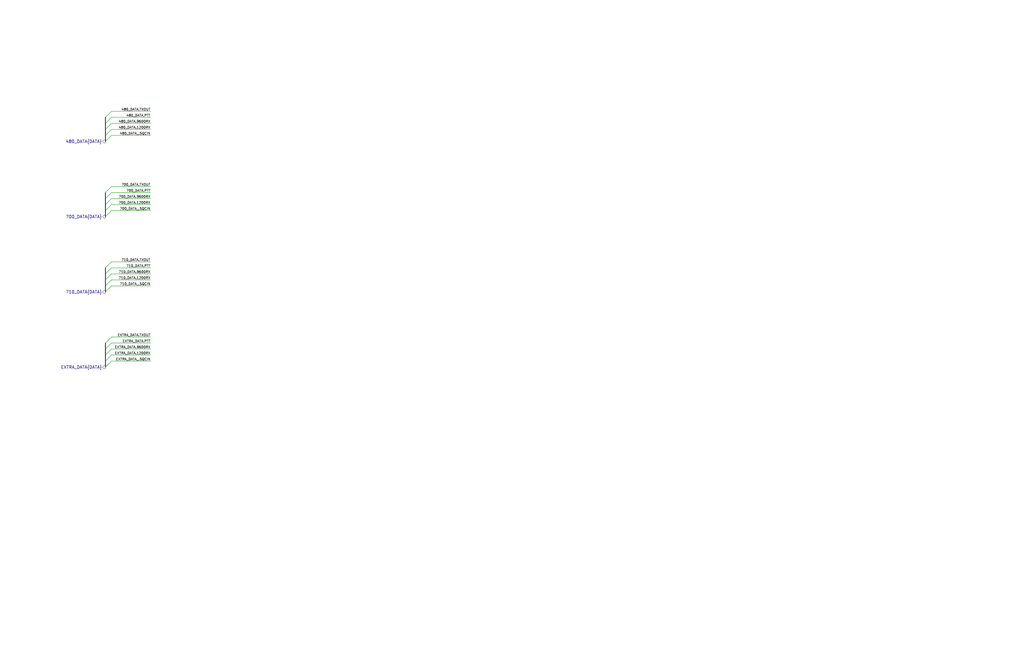
<source format=kicad_sch>
(kicad_sch
	(version 20250114)
	(generator "eeschema")
	(generator_version "9.0")
	(uuid "dc62f8a1-0c11-49d7-a43b-216b705d7514")
	(paper "B")
	(lib_symbols)
	(bus_entry
		(at 46.99 113.03)
		(size -2.54 2.54)
		(stroke
			(width 0)
			(type default)
		)
		(uuid "11774c37-8d10-4d1d-85d6-6a7d94724aad")
	)
	(bus_entry
		(at 46.99 78.74)
		(size -2.54 2.54)
		(stroke
			(width 0)
			(type default)
		)
		(uuid "1c994177-b1f1-416d-bbff-43fa7a502a8a")
	)
	(bus_entry
		(at 46.99 52.07)
		(size -2.54 2.54)
		(stroke
			(width 0)
			(type default)
		)
		(uuid "25640618-f9e1-4d46-b639-23420a83f689")
	)
	(bus_entry
		(at 46.99 147.32)
		(size -2.54 2.54)
		(stroke
			(width 0)
			(type default)
		)
		(uuid "50cdd374-9779-4891-a2a0-bc31db7e5308")
	)
	(bus_entry
		(at 46.99 149.86)
		(size -2.54 2.54)
		(stroke
			(width 0)
			(type default)
		)
		(uuid "5d3060c8-464f-499e-a2ac-df08c691ed88")
	)
	(bus_entry
		(at 46.99 152.4)
		(size -2.54 2.54)
		(stroke
			(width 0)
			(type default)
		)
		(uuid "615f2789-bee5-446f-b013-9c71d3bc0e87")
	)
	(bus_entry
		(at 46.99 115.57)
		(size -2.54 2.54)
		(stroke
			(width 0)
			(type default)
		)
		(uuid "75ca1e7d-3763-4eab-97e8-8a10e25dbcce")
	)
	(bus_entry
		(at 46.99 83.82)
		(size -2.54 2.54)
		(stroke
			(width 0)
			(type default)
		)
		(uuid "7dcf6058-7acd-424a-9a52-2024e68ee480")
	)
	(bus_entry
		(at 46.99 54.61)
		(size -2.54 2.54)
		(stroke
			(width 0)
			(type default)
		)
		(uuid "82be2e03-9f54-4d1b-961c-80412798ac5a")
	)
	(bus_entry
		(at 46.99 142.24)
		(size -2.54 2.54)
		(stroke
			(width 0)
			(type default)
		)
		(uuid "9752b4ec-d240-43a9-af07-81967dd4fe82")
	)
	(bus_entry
		(at 46.99 49.53)
		(size -2.54 2.54)
		(stroke
			(width 0)
			(type default)
		)
		(uuid "b1487363-e647-46a9-96c5-093755a09e69")
	)
	(bus_entry
		(at 46.99 57.15)
		(size -2.54 2.54)
		(stroke
			(width 0)
			(type default)
		)
		(uuid "cb460065-0566-487d-8ce3-4d7d95774ac5")
	)
	(bus_entry
		(at 46.99 118.11)
		(size -2.54 2.54)
		(stroke
			(width 0)
			(type default)
		)
		(uuid "cdb60122-224e-403b-8580-2a46b562ca96")
	)
	(bus_entry
		(at 46.99 86.36)
		(size -2.54 2.54)
		(stroke
			(width 0)
			(type default)
		)
		(uuid "d4a55569-467c-4512-b106-897bf8449ade")
	)
	(bus_entry
		(at 46.99 81.28)
		(size -2.54 2.54)
		(stroke
			(width 0)
			(type default)
		)
		(uuid "e3670a6c-70b2-4e44-a0bf-08d1f9a407c0")
	)
	(bus_entry
		(at 46.99 120.65)
		(size -2.54 2.54)
		(stroke
			(width 0)
			(type default)
		)
		(uuid "e39f0b64-73b3-499d-8096-eadbfd7efda6")
	)
	(bus_entry
		(at 46.99 110.49)
		(size -2.54 2.54)
		(stroke
			(width 0)
			(type default)
		)
		(uuid "ec26cc57-4b12-4579-a986-f21bc2fdfff3")
	)
	(bus_entry
		(at 46.99 46.99)
		(size -2.54 2.54)
		(stroke
			(width 0)
			(type default)
		)
		(uuid "f04a106c-0426-4090-b226-15d5db2f1c9d")
	)
	(bus_entry
		(at 46.99 144.78)
		(size -2.54 2.54)
		(stroke
			(width 0)
			(type default)
		)
		(uuid "f6f84141-a5af-4d53-9c88-3c34db7ce1be")
	)
	(bus_entry
		(at 46.99 88.9)
		(size -2.54 2.54)
		(stroke
			(width 0)
			(type default)
		)
		(uuid "ff85c5d8-6f89-44bd-ac19-fb79fa8d898f")
	)
	(bus
		(pts
			(xy 44.45 86.36) (xy 44.45 88.9)
		)
		(stroke
			(width 0)
			(type default)
		)
		(uuid "1165d1a6-5424-4e84-b965-a48b07b4caf7")
	)
	(wire
		(pts
			(xy 46.99 49.53) (xy 63.5 49.53)
		)
		(stroke
			(width 0)
			(type default)
		)
		(uuid "1195880c-18c1-4022-a37d-85ee80069304")
	)
	(wire
		(pts
			(xy 46.99 83.82) (xy 63.5 83.82)
		)
		(stroke
			(width 0)
			(type default)
		)
		(uuid "17a75246-f0a4-4546-8f74-923868206c8f")
	)
	(wire
		(pts
			(xy 46.99 120.65) (xy 63.5 120.65)
		)
		(stroke
			(width 0)
			(type default)
		)
		(uuid "202ef188-7cf5-43af-976b-28ce7b6d0a43")
	)
	(bus
		(pts
			(xy 44.45 115.57) (xy 44.45 118.11)
		)
		(stroke
			(width 0)
			(type default)
		)
		(uuid "272440f7-a00b-42ab-8339-7e25b70a6c63")
	)
	(wire
		(pts
			(xy 46.99 115.57) (xy 63.5 115.57)
		)
		(stroke
			(width 0)
			(type default)
		)
		(uuid "31012d32-70f0-40b2-8c9b-ef9a89078f45")
	)
	(bus
		(pts
			(xy 44.45 147.32) (xy 44.45 149.86)
		)
		(stroke
			(width 0)
			(type default)
		)
		(uuid "461aa2e8-cd0e-4bec-96d3-4bb0fddf7b44")
	)
	(wire
		(pts
			(xy 46.99 147.32) (xy 63.5 147.32)
		)
		(stroke
			(width 0)
			(type default)
		)
		(uuid "471e71f2-63ab-4ffc-bcc3-ca09341d7dbd")
	)
	(wire
		(pts
			(xy 46.99 86.36) (xy 63.5 86.36)
		)
		(stroke
			(width 0)
			(type default)
		)
		(uuid "4d987216-64ec-44b5-a97a-1334b3b42d28")
	)
	(wire
		(pts
			(xy 46.99 152.4) (xy 63.5 152.4)
		)
		(stroke
			(width 0)
			(type default)
		)
		(uuid "5276bf6a-92c9-4906-aaa7-688bf811d9fb")
	)
	(wire
		(pts
			(xy 46.99 52.07) (xy 63.5 52.07)
		)
		(stroke
			(width 0)
			(type default)
		)
		(uuid "54529b49-c53c-4cde-8382-c29f51ef4c96")
	)
	(bus
		(pts
			(xy 44.45 149.86) (xy 44.45 152.4)
		)
		(stroke
			(width 0)
			(type default)
		)
		(uuid "54f248c0-5eb9-4b2b-8498-758a6762e27a")
	)
	(wire
		(pts
			(xy 46.99 118.11) (xy 63.5 118.11)
		)
		(stroke
			(width 0)
			(type default)
		)
		(uuid "6760d063-346c-4e18-aafc-d8de39d1e849")
	)
	(wire
		(pts
			(xy 46.99 57.15) (xy 63.5 57.15)
		)
		(stroke
			(width 0)
			(type default)
		)
		(uuid "679440d6-f6eb-4309-8c1c-2ce24ae16ec3")
	)
	(wire
		(pts
			(xy 46.99 110.49) (xy 63.5 110.49)
		)
		(stroke
			(width 0)
			(type default)
		)
		(uuid "77124d6b-c8d9-4819-9b95-25550c31feef")
	)
	(bus
		(pts
			(xy 44.45 152.4) (xy 44.45 154.94)
		)
		(stroke
			(width 0)
			(type default)
		)
		(uuid "7e1c134e-4655-40d1-9c4c-0d8e2842168d")
	)
	(bus
		(pts
			(xy 44.45 83.82) (xy 44.45 86.36)
		)
		(stroke
			(width 0)
			(type default)
		)
		(uuid "7f3f62c6-dd7b-45b9-bd19-6ec1506ea424")
	)
	(bus
		(pts
			(xy 44.45 54.61) (xy 44.45 57.15)
		)
		(stroke
			(width 0)
			(type default)
		)
		(uuid "8366cd42-1413-476f-809e-e720fcf524cf")
	)
	(bus
		(pts
			(xy 44.45 57.15) (xy 44.45 59.69)
		)
		(stroke
			(width 0)
			(type default)
		)
		(uuid "85e06538-ec3c-4896-953c-7137b816e410")
	)
	(bus
		(pts
			(xy 44.45 118.11) (xy 44.45 120.65)
		)
		(stroke
			(width 0)
			(type default)
		)
		(uuid "875348b6-0df0-44e5-8581-976166304910")
	)
	(wire
		(pts
			(xy 46.99 88.9) (xy 63.5 88.9)
		)
		(stroke
			(width 0)
			(type default)
		)
		(uuid "8f411275-fd33-4218-a141-0e65b14903dd")
	)
	(wire
		(pts
			(xy 46.99 142.24) (xy 63.5 142.24)
		)
		(stroke
			(width 0)
			(type default)
		)
		(uuid "911fb148-bc10-47e7-9356-91cd0c0af7e6")
	)
	(bus
		(pts
			(xy 44.45 88.9) (xy 44.45 91.44)
		)
		(stroke
			(width 0)
			(type default)
		)
		(uuid "945425de-8925-4915-9110-de410349f5a8")
	)
	(wire
		(pts
			(xy 46.99 54.61) (xy 63.5 54.61)
		)
		(stroke
			(width 0)
			(type default)
		)
		(uuid "9b5de914-e774-4ffc-a5f2-154625be95d8")
	)
	(wire
		(pts
			(xy 46.99 149.86) (xy 63.5 149.86)
		)
		(stroke
			(width 0)
			(type default)
		)
		(uuid "9b889650-a392-4974-904a-f9301e8bd8dc")
	)
	(bus
		(pts
			(xy 44.45 120.65) (xy 44.45 123.19)
		)
		(stroke
			(width 0)
			(type default)
		)
		(uuid "9e13a5cf-3e79-427d-8801-8fe7726449ef")
	)
	(wire
		(pts
			(xy 46.99 46.99) (xy 63.5 46.99)
		)
		(stroke
			(width 0)
			(type default)
		)
		(uuid "a4f2279e-d279-45ec-9ccd-9380eee3c65c")
	)
	(bus
		(pts
			(xy 44.45 81.28) (xy 44.45 83.82)
		)
		(stroke
			(width 0)
			(type default)
		)
		(uuid "a5c7abfa-d513-4f96-a63c-c93a8ac7126e")
	)
	(bus
		(pts
			(xy 44.45 144.78) (xy 44.45 147.32)
		)
		(stroke
			(width 0)
			(type default)
		)
		(uuid "b573db58-c6d6-4659-a001-3e0fdc346897")
	)
	(wire
		(pts
			(xy 46.99 78.74) (xy 63.5 78.74)
		)
		(stroke
			(width 0)
			(type default)
		)
		(uuid "ba7a051e-834a-4fce-8494-ae88cacd55c0")
	)
	(wire
		(pts
			(xy 46.99 144.78) (xy 63.5 144.78)
		)
		(stroke
			(width 0)
			(type default)
		)
		(uuid "d3e25202-18e5-4744-98ad-3425ac404b89")
	)
	(bus
		(pts
			(xy 44.45 49.53) (xy 44.45 52.07)
		)
		(stroke
			(width 0)
			(type default)
		)
		(uuid "d922bb1b-d606-42a2-adcd-7620ef46cedf")
	)
	(bus
		(pts
			(xy 44.45 113.03) (xy 44.45 115.57)
		)
		(stroke
			(width 0)
			(type default)
		)
		(uuid "eacd746c-402a-44c5-b771-79ec5b8b06a9")
	)
	(wire
		(pts
			(xy 46.99 113.03) (xy 63.5 113.03)
		)
		(stroke
			(width 0)
			(type default)
		)
		(uuid "f46e9698-e99d-4ad9-a0a0-5631c8595e56")
	)
	(bus
		(pts
			(xy 44.45 52.07) (xy 44.45 54.61)
		)
		(stroke
			(width 0)
			(type default)
		)
		(uuid "f8809922-6359-47f4-bb8d-fb3dc2bf2e36")
	)
	(wire
		(pts
			(xy 46.99 81.28) (xy 63.5 81.28)
		)
		(stroke
			(width 0)
			(type default)
		)
		(uuid "fef84601-68da-4a27-8c13-461cf95d080a")
	)
	(label "EXTRA_DATA_.SQCIN"
		(at 63.5 152.4 180)
		(effects
			(font
				(size 1 1)
			)
			(justify right bottom)
		)
		(uuid "04fc2968-3fc0-4dec-bad7-c7ffbfbf4960")
	)
	(label "480_DATA.1200RX"
		(at 63.5 54.61 180)
		(effects
			(font
				(size 1 1)
			)
			(justify right bottom)
		)
		(uuid "0882909c-8422-4332-8ef8-7f761c8874f7")
	)
	(label "700_DATA.TXOUT"
		(at 63.5 78.74 180)
		(effects
			(font
				(size 1 1)
			)
			(justify right bottom)
		)
		(uuid "2a21e3c5-1d8f-4f45-81b1-13ee1ac99f7b")
	)
	(label "EXTRA_DATA.9600RX"
		(at 63.5 147.32 180)
		(effects
			(font
				(size 1 1)
			)
			(justify right bottom)
		)
		(uuid "47cc17e6-3f46-42e9-b3a8-4497f777d8ab")
	)
	(label "700_DATA.PTT"
		(at 63.5 81.28 180)
		(effects
			(font
				(size 1 1)
			)
			(justify right bottom)
		)
		(uuid "65288e04-42f3-48bc-a293-d390d49adf42")
	)
	(label "710_DATA_.SQCIN"
		(at 63.5 120.65 180)
		(effects
			(font
				(size 1 1)
			)
			(justify right bottom)
		)
		(uuid "8ad047df-b394-43fc-8132-ef1c89add77a")
	)
	(label "700_DATA_.SQCIN"
		(at 63.5 88.9 180)
		(effects
			(font
				(size 1 1)
			)
			(justify right bottom)
		)
		(uuid "9a0a8d2d-8e8c-4fa7-91ce-72fc8b1520b8")
	)
	(label "700_DATA.1200RX"
		(at 63.5 86.36 180)
		(effects
			(font
				(size 1 1)
			)
			(justify right bottom)
		)
		(uuid "9c039c2c-6fe5-4933-beb7-0b46c6708443")
	)
	(label "EXTRA_DATA.PTT"
		(at 63.5 144.78 180)
		(effects
			(font
				(size 1 1)
			)
			(justify right bottom)
		)
		(uuid "9c9d3505-6f2e-4679-abc3-e2fb946a915b")
	)
	(label "480_DATA.9600RX"
		(at 63.5 52.07 180)
		(effects
			(font
				(size 1 1)
			)
			(justify right bottom)
		)
		(uuid "9df7a596-623d-47cf-aba9-14bca8574f21")
	)
	(label "710_DATA.9600RX"
		(at 63.5 115.57 180)
		(effects
			(font
				(size 1 1)
			)
			(justify right bottom)
		)
		(uuid "a20b7fa6-65a1-4d76-998d-213bfb7db1a9")
	)
	(label "700_DATA.9600RX"
		(at 63.5 83.82 180)
		(effects
			(font
				(size 1 1)
			)
			(justify right bottom)
		)
		(uuid "a643ae4c-dc73-4505-8541-8650591d5a85")
	)
	(label "480_DATA_.SQCIN"
		(at 63.5 57.15 180)
		(effects
			(font
				(size 1 1)
			)
			(justify right bottom)
		)
		(uuid "cb5faec6-adaa-40c9-a7d1-fedb2f2ff03a")
	)
	(label "710_DATA.1200RX"
		(at 63.5 118.11 180)
		(effects
			(font
				(size 1 1)
			)
			(justify right bottom)
		)
		(uuid "d0e128b7-a4ed-4055-a850-a35d1d404972")
	)
	(label "EXTRA_DATA.TXOUT"
		(at 63.5 142.24 180)
		(effects
			(font
				(size 1 1)
			)
			(justify right bottom)
		)
		(uuid "dc21ab83-919f-437b-b5bc-88547fbcf4c6")
	)
	(label "710_DATA.TXOUT"
		(at 63.5 110.49 180)
		(effects
			(font
				(size 1 1)
			)
			(justify right bottom)
		)
		(uuid "e65a3059-ca38-453d-8192-6fca65d6fd96")
	)
	(label "710_DATA.PTT"
		(at 63.5 113.03 180)
		(effects
			(font
				(size 1 1)
			)
			(justify right bottom)
		)
		(uuid "e78899e2-b2ac-4510-bc99-a600a261a28c")
	)
	(label "480_DATA.TXOUT"
		(at 63.5 46.99 180)
		(effects
			(font
				(size 1 1)
			)
			(justify right bottom)
		)
		(uuid "e89ff785-8d65-4ddb-ad33-da2182a856cb")
	)
	(label "EXTRA_DATA.1200RX"
		(at 63.5 149.86 180)
		(effects
			(font
				(size 1 1)
			)
			(justify right bottom)
		)
		(uuid "ec3e097d-05f4-4c96-8789-fdb6bb45b2dc")
	)
	(label "480_DATA.PTT"
		(at 63.5 49.53 180)
		(effects
			(font
				(size 1 1)
			)
			(justify right bottom)
		)
		(uuid "f356b328-2ca8-4f0f-a20c-ba5355a6dce3")
	)
	(hierarchical_label "EXTRA_DATA{DATA}"
		(shape output)
		(at 44.45 154.94 180)
		(effects
			(font
				(size 1.27 1.27)
			)
			(justify right)
		)
		(uuid "b194ba41-e7ce-401b-82a1-3991be8c0b9e")
	)
	(hierarchical_label "480_DATA{DATA}"
		(shape output)
		(at 44.45 59.69 180)
		(effects
			(font
				(size 1.27 1.27)
			)
			(justify right)
		)
		(uuid "b9e54bc5-cad0-450a-b387-94245ea640f3")
	)
	(hierarchical_label "700_DATA{DATA}"
		(shape output)
		(at 44.45 91.44 180)
		(effects
			(font
				(size 1.27 1.27)
			)
			(justify right)
		)
		(uuid "c9df7d2f-5b0b-4e5c-bf09-6b52f3a64195")
	)
	(hierarchical_label "710_DATA{DATA}"
		(shape output)
		(at 44.45 123.19 180)
		(effects
			(font
				(size 1.27 1.27)
			)
			(justify right)
		)
		(uuid "d2caa094-ddc7-445b-aa52-d5313ac3f6f1")
	)
)

</source>
